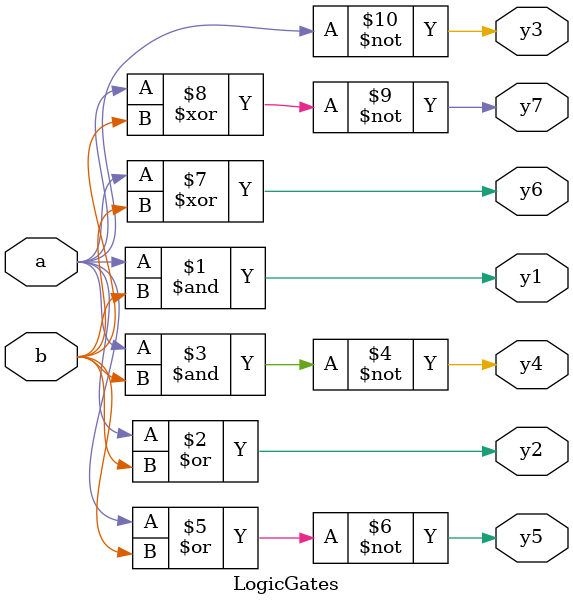
<source format=v>
module LogicGates(a,b,y1,y2,y3,y4,y5,y6,y7);
input a,b;
output y1,y2,y3,y4,y5,y6,y7;
and(y1,a,b);
or(y2,a,b);
not(y3,a);
nand(y4,a,b);
nor(y5,a,b);
xor(y6,a,b);
xnor(y7,a,b);
endmodule

</source>
